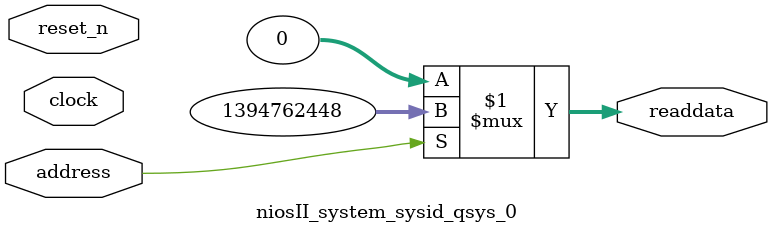
<source format=v>

`timescale 1ns / 1ps
// synthesis translate_on

// turn off superfluous verilog processor warnings 
// altera message_level Level1 
// altera message_off 10034 10035 10036 10037 10230 10240 10030 

module niosII_system_sysid_qsys_0 (
               // inputs:
                address,
                clock,
                reset_n,

               // outputs:
                readdata
             )
;

  output  [ 31: 0] readdata;
  input            address;
  input            clock;
  input            reset_n;

  wire    [ 31: 0] readdata;
  //control_slave, which is an e_avalon_slave
  assign readdata = address ? 1394762448 : 0;

endmodule




</source>
